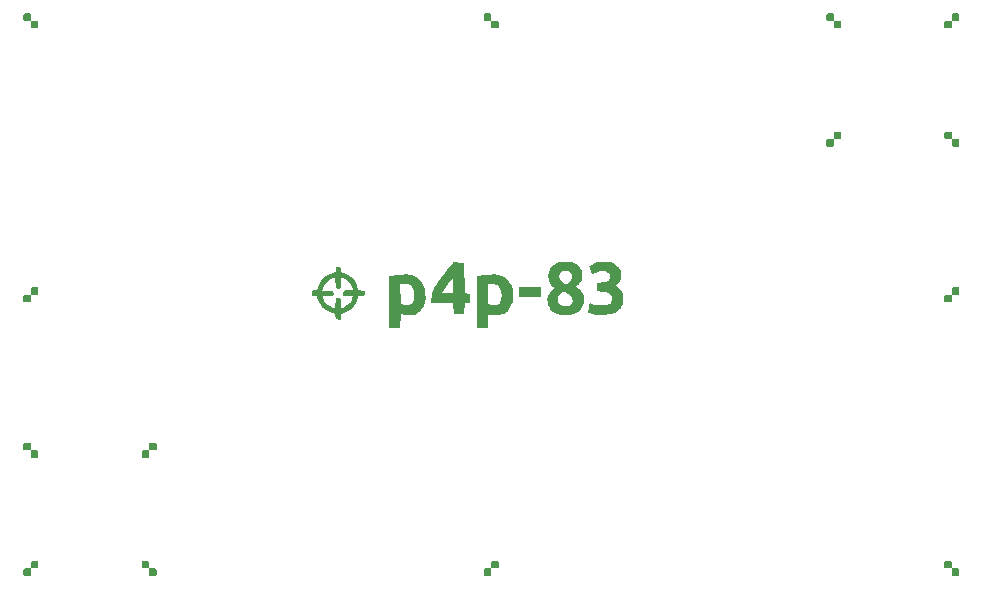
<source format=gbr>
G04*
G04 #@! TF.GenerationSoftware,Altium Limited,Altium Designer,24.9.1 (31)*
G04*
G04 Layer_Color=8388736*
%FSLAX25Y25*%
%MOIN*%
G70*
G04*
G04 #@! TF.SameCoordinates,A25FCC72-9D46-4550-BA20-9C7FB643A395*
G04*
G04*
G04 #@! TF.FilePolarity,Negative*
G04*
G01*
G75*
G36*
X324283Y199924D02*
X324424Y199783D01*
X324500Y199600D01*
Y199500D01*
Y198000D01*
Y197900D01*
X324424Y197717D01*
X324283Y197576D01*
X324099Y197500D01*
X322000D01*
Y199500D01*
Y199600D01*
X322076Y199783D01*
X322217Y199924D01*
X322401Y200000D01*
X324099D01*
X324283Y199924D01*
D02*
G37*
G36*
X14783Y199924D02*
X14924Y199783D01*
X15000Y199600D01*
Y199500D01*
Y197500D01*
X17099D01*
X17283Y197424D01*
X17424Y197283D01*
X17500Y197099D01*
Y197000D01*
Y195500D01*
Y195401D01*
X17424Y195217D01*
X17283Y195076D01*
X17099Y195000D01*
X15401D01*
X15217Y195076D01*
X15076Y195217D01*
X15000Y195401D01*
Y195500D01*
Y197500D01*
X12900D01*
X12717Y197576D01*
X12576Y197717D01*
X12500Y197901D01*
Y198000D01*
Y199500D01*
Y199600D01*
X12576Y199783D01*
X12717Y199924D01*
X12900Y200000D01*
X14599D01*
X14783Y199924D01*
D02*
G37*
G36*
X322000Y195500D02*
Y195401D01*
X321924Y195217D01*
X321783Y195076D01*
X321600Y195000D01*
X319901D01*
X319717Y195076D01*
X319576Y195217D01*
X319500Y195401D01*
Y195500D01*
Y197000D01*
Y197099D01*
X319576Y197283D01*
X319717Y197424D01*
X319901Y197500D01*
X322000D01*
Y195500D01*
D02*
G37*
G36*
X282413Y199924D02*
X282554Y199783D01*
X282630Y199600D01*
Y199500D01*
Y197500D01*
X284729D01*
X284913Y197424D01*
X285054Y197283D01*
X285130Y197099D01*
Y197000D01*
Y195500D01*
Y195401D01*
X285054Y195217D01*
X284913Y195076D01*
X284729Y195000D01*
X283031D01*
X282847Y195076D01*
X282706Y195217D01*
X282630Y195401D01*
Y195500D01*
Y197500D01*
X280531D01*
X280347Y197576D01*
X280206Y197717D01*
X280130Y197900D01*
Y198000D01*
Y199500D01*
Y199600D01*
X280206Y199783D01*
X280347Y199924D01*
X280531Y200000D01*
X282229D01*
X282413Y199924D01*
D02*
G37*
G36*
X168283D02*
X168424Y199783D01*
X168500Y199600D01*
Y199500D01*
Y197500D01*
X170599D01*
X170783Y197424D01*
X170924Y197283D01*
X171000Y197099D01*
Y197000D01*
Y195500D01*
Y195401D01*
X170924Y195217D01*
X170783Y195076D01*
X170599Y195000D01*
X168901D01*
X168717Y195076D01*
X168576Y195217D01*
X168500Y195401D01*
Y195500D01*
Y197500D01*
X166401D01*
X166217Y197576D01*
X166076Y197717D01*
X166000Y197900D01*
Y198000D01*
Y199500D01*
Y199600D01*
X166076Y199783D01*
X166217Y199924D01*
X166401Y200000D01*
X168099D01*
X168283Y199924D01*
D02*
G37*
G36*
X284913Y160554D02*
X285054Y160413D01*
X285130Y160229D01*
Y160130D01*
Y158630D01*
Y158530D01*
X285054Y158347D01*
X284913Y158206D01*
X284729Y158130D01*
X282630D01*
Y160130D01*
Y160229D01*
X282706Y160413D01*
X282847Y160554D01*
X283031Y160630D01*
X284729D01*
X284913Y160554D01*
D02*
G37*
G36*
X321783D02*
X321924Y160413D01*
X322000Y160229D01*
Y160130D01*
Y158130D01*
X324099D01*
X324283Y158054D01*
X324424Y157913D01*
X324500Y157729D01*
Y157630D01*
Y156130D01*
Y156030D01*
X324424Y155847D01*
X324283Y155706D01*
X324099Y155630D01*
X322401D01*
X322217Y155706D01*
X322076Y155847D01*
X322000Y156030D01*
Y156130D01*
Y158130D01*
X319901D01*
X319717Y158206D01*
X319576Y158347D01*
X319500Y158530D01*
Y158630D01*
Y160130D01*
Y160229D01*
X319576Y160413D01*
X319717Y160554D01*
X319901Y160630D01*
X321600D01*
X321783Y160554D01*
D02*
G37*
G36*
X282630Y156130D02*
Y156030D01*
X282554Y155847D01*
X282413Y155706D01*
X282229Y155630D01*
X280531D01*
X280347Y155706D01*
X280206Y155847D01*
X280130Y156030D01*
Y156130D01*
Y157630D01*
Y157729D01*
X280206Y157913D01*
X280347Y158054D01*
X280531Y158130D01*
X282630D01*
Y156130D01*
D02*
G37*
G36*
X324283Y108674D02*
X324424Y108533D01*
X324500Y108350D01*
Y108250D01*
Y106750D01*
Y106650D01*
X324424Y106467D01*
X324283Y106326D01*
X324099Y106250D01*
X322000D01*
Y108250D01*
Y108350D01*
X322076Y108533D01*
X322217Y108674D01*
X322401Y108750D01*
X324099D01*
X324283Y108674D01*
D02*
G37*
G36*
X17283D02*
X17424Y108533D01*
X17500Y108350D01*
Y108250D01*
Y106750D01*
Y106650D01*
X17424Y106467D01*
X17283Y106326D01*
X17099Y106250D01*
X15000D01*
Y108250D01*
Y108350D01*
X15076Y108533D01*
X15217Y108674D01*
X15401Y108750D01*
X17099D01*
X17283Y108674D01*
D02*
G37*
G36*
X184984Y105474D02*
X184845Y105335D01*
X179573D01*
X177816Y105427D01*
X177769Y108711D01*
X184938Y108757D01*
X184984Y105474D01*
D02*
G37*
G36*
X322000Y104250D02*
Y104150D01*
X321924Y103967D01*
X321783Y103826D01*
X321600Y103750D01*
X319901D01*
X319717Y103826D01*
X319576Y103967D01*
X319500Y104150D01*
Y104250D01*
Y105750D01*
Y105850D01*
X319576Y106033D01*
X319717Y106174D01*
X319901Y106250D01*
X322000D01*
Y104250D01*
D02*
G37*
G36*
X15000D02*
Y104150D01*
X14924Y103967D01*
X14783Y103826D01*
X14599Y103750D01*
X12900D01*
X12717Y103826D01*
X12576Y103967D01*
X12500Y104150D01*
Y104250D01*
Y105750D01*
Y105850D01*
X12576Y106033D01*
X12717Y106174D01*
X12900Y106250D01*
X15000D01*
Y104250D01*
D02*
G37*
G36*
X208060Y117174D02*
X208338Y117081D01*
X208985Y116804D01*
X210188Y116156D01*
X210789Y115555D01*
X210881Y115370D01*
X211066Y115185D01*
X211621Y113983D01*
X211806Y112688D01*
X211668Y111624D01*
X211390Y110884D01*
X210928Y110144D01*
X210188Y109405D01*
X209864Y109266D01*
X209910Y109127D01*
X210743Y108665D01*
X211251Y108248D01*
X211621Y107878D01*
X211714Y107694D01*
X212084Y107139D01*
X212315Y106537D01*
X212408Y105982D01*
X212454Y104086D01*
X212361Y103809D01*
X212223Y103208D01*
X212130Y102838D01*
X211575Y101913D01*
X211344Y101589D01*
X211159Y101404D01*
X211066Y101219D01*
X210835Y100988D01*
X210650Y100895D01*
X210465Y100710D01*
X210280Y100618D01*
X208708Y99878D01*
X208107Y99739D01*
X207552Y99647D01*
X206257Y99554D01*
X205609Y99462D01*
X205563Y99323D01*
X203343Y99415D01*
X202881Y99600D01*
X202280Y99739D01*
X201910Y99832D01*
X201447Y100017D01*
X200707Y100294D01*
X200615Y100572D01*
X200892Y101681D01*
X201031Y102283D01*
X201124Y102745D01*
X201308Y103485D01*
X201910Y103254D01*
X202835Y102884D01*
X203297Y102791D01*
X203852Y102699D01*
X206488Y102653D01*
X206766Y102745D01*
X207644Y103069D01*
X207783Y103208D01*
X207968Y103300D01*
X208199Y103531D01*
X208292Y103716D01*
X208569Y104364D01*
X208662Y105381D01*
X208569Y105659D01*
X208107Y106491D01*
X207413Y106907D01*
X206766Y107092D01*
X206118Y107185D01*
X203575Y107324D01*
X203667Y110283D01*
X206164Y110376D01*
X206719Y110468D01*
X206858Y110607D01*
X207320Y110884D01*
X207737Y111301D01*
X207922Y111763D01*
X208014Y112410D01*
X207922Y113058D01*
X207505Y113567D01*
X206950Y113937D01*
X206581Y114029D01*
X205933Y114122D01*
X204546Y114029D01*
X204083Y113844D01*
X203482Y113613D01*
X203020Y113428D01*
X202326Y113012D01*
X202187Y113151D01*
X201262Y115093D01*
X200985Y115740D01*
X201216Y115972D01*
X203158Y116896D01*
X203806Y117081D01*
X204083Y117174D01*
X204176D01*
X205101Y117266D01*
X208060Y117174D01*
D02*
G37*
G36*
X159502Y116896D02*
X159595Y106722D01*
X161352Y106630D01*
X161398Y103716D01*
X161260Y103578D01*
X159548Y103531D01*
X159456Y99832D01*
X155895Y99785D01*
X155803Y103578D01*
X148449Y103624D01*
X148542Y106676D01*
X149004Y107416D01*
X149837Y108988D01*
X150299Y109728D01*
X150392Y109913D01*
X150762Y110468D01*
X150854Y110653D01*
X151317Y111301D01*
X151594Y111763D01*
X152935Y113567D01*
X153166Y113890D01*
X153583Y114399D01*
X153814Y114723D01*
X154091Y115000D01*
X154184Y115185D01*
X154554Y115555D01*
X154646Y115740D01*
X154878Y115972D01*
X154924Y116018D01*
X155479Y116573D01*
X155571Y116758D01*
X155803Y116989D01*
X159502Y116896D01*
D02*
G37*
G36*
X195389Y117174D02*
X196037Y116896D01*
X197054Y116341D01*
X197563Y115925D01*
X197840Y115648D01*
X197933Y115463D01*
X198118Y115278D01*
X198580Y114260D01*
X198857Y113151D01*
X198765Y111763D01*
X198580Y111301D01*
X198025Y110283D01*
X197840Y110098D01*
X197748Y109913D01*
X197239Y109405D01*
X197054Y109312D01*
X196869Y109127D01*
X196730Y109081D01*
X196776Y108942D01*
X196961Y108850D01*
X197146Y108665D01*
X197331Y108572D01*
X197609Y108295D01*
X197794Y108202D01*
X198210Y107786D01*
X198303Y107601D01*
X198487Y107416D01*
X198580Y107231D01*
X198765Y107046D01*
X199042Y106399D01*
X199227Y105751D01*
X199320Y105104D01*
X199227Y103439D01*
X199135Y103161D01*
X199042Y102791D01*
X198811Y102190D01*
X198349Y101450D01*
X197609Y100710D01*
X197424Y100618D01*
X197239Y100433D01*
X196037Y99878D01*
X195389Y99693D01*
X195019Y99600D01*
X194094Y99508D01*
X192984Y99415D01*
X192707Y99508D01*
X191319Y99600D01*
X191042Y99693D01*
X190533Y99832D01*
X189793Y100109D01*
X189007Y100618D01*
X188498Y101034D01*
X188036Y101497D01*
X187943Y101681D01*
X187574Y102329D01*
X187389Y102976D01*
X187204Y103716D01*
X187157Y104688D01*
X187250Y105427D01*
X187527Y106167D01*
X187943Y106954D01*
X188313Y107324D01*
X188360Y107462D01*
X188406Y107509D01*
X189192Y108295D01*
X189377Y108387D01*
X189608Y108618D01*
X189377Y108850D01*
X189192Y108942D01*
X188498Y109636D01*
X188406Y109821D01*
X188128Y110098D01*
X188036Y110283D01*
X187666Y111116D01*
X187481Y112410D01*
X187620Y113659D01*
X187897Y114399D01*
X188452Y115324D01*
X188961Y115833D01*
X189007Y115972D01*
X189192Y116064D01*
X189377Y116249D01*
X189562Y116341D01*
X189747Y116526D01*
X190949Y117081D01*
X191689Y117266D01*
X195389Y117174D01*
D02*
G37*
G36*
X170231Y112919D02*
X170971Y112827D01*
X171896Y112457D01*
X173284Y111717D01*
X173468Y111532D01*
X173653Y111439D01*
X174162Y110931D01*
X174208Y110884D01*
X174347Y110746D01*
X174440Y110561D01*
X174810Y110006D01*
X175272Y108988D01*
X175550Y108063D01*
X175642Y107416D01*
X175827Y105474D01*
X175734Y105196D01*
X175642Y104086D01*
X175550Y103809D01*
X175133Y102653D01*
X174347Y101312D01*
X173931Y100803D01*
X173746Y100618D01*
X173561Y100525D01*
X173376Y100340D01*
X173191Y100248D01*
X172544Y99878D01*
X172081Y99693D01*
X171434Y99508D01*
X170786Y99415D01*
X169491Y99323D01*
X169214Y99415D01*
X168751Y99508D01*
X168474Y99600D01*
X167410Y99924D01*
X167364Y95161D01*
X163618Y95207D01*
X163664Y112364D01*
X166208Y112873D01*
X167133Y112966D01*
X169954Y113012D01*
X170231Y112919D01*
D02*
G37*
G36*
X141096D02*
X141790Y112780D01*
X142160Y112688D01*
X143501Y112087D01*
X144380Y111486D01*
X144518Y111347D01*
X144703Y111254D01*
X144842Y111116D01*
X144935Y110931D01*
X145305Y110561D01*
Y110468D01*
X145351Y110422D01*
X145490Y110283D01*
X146137Y108896D01*
X146322Y108248D01*
X146415Y107878D01*
X146507Y106954D01*
X146600Y104919D01*
X146507Y104641D01*
X146415Y103901D01*
X146322Y103624D01*
X146091Y103023D01*
X145906Y102560D01*
X145120Y101219D01*
X144334Y100433D01*
X144149Y100340D01*
X143594Y99970D01*
X142669Y99600D01*
X142068Y99462D01*
X141050Y99369D01*
X140356Y99323D01*
X140079Y99415D01*
X139524Y99508D01*
X139061Y99693D01*
X138553Y99832D01*
X138229Y99970D01*
X138137Y95161D01*
X134483Y95207D01*
X134529Y112364D01*
X135593Y112595D01*
X136518Y112780D01*
X137073Y112873D01*
X137998Y112966D01*
X140819Y113012D01*
X141096Y112919D01*
D02*
G37*
G36*
X118158Y115509D02*
X118297Y115093D01*
X118343Y113752D01*
X119315Y113521D01*
X120054Y113243D01*
X120609Y112966D01*
X121349Y112503D01*
X121673Y112272D01*
X121858Y112087D01*
X122043Y111994D01*
X122459Y111578D01*
X122552Y111393D01*
X122922Y111023D01*
X123014Y110838D01*
X123384Y110283D01*
X123662Y109636D01*
X123847Y109173D01*
X124124Y108063D01*
X124170Y107647D01*
X126113Y107555D01*
X126251Y107416D01*
X126205Y105982D01*
X125558Y105797D01*
X124124Y105751D01*
X124032Y105011D01*
X123847Y104549D01*
X123569Y103901D01*
X123523Y103763D01*
X123477Y103716D01*
X123384Y103531D01*
X122783Y102653D01*
X122644Y102514D01*
X122552Y102329D01*
X121765Y101543D01*
X121581Y101450D01*
X121303Y101173D01*
X121118Y101080D01*
X120563Y100710D01*
X119916Y100433D01*
X119453Y100248D01*
X118343Y99970D01*
X118251Y98121D01*
X118158Y97936D01*
X116679Y98028D01*
X116540Y98167D01*
X116493Y99970D01*
X116123Y100063D01*
X115430Y100202D01*
X114690Y100479D01*
X114227Y100664D01*
X113303Y101219D01*
X113164Y101358D01*
X112979Y101450D01*
X112701Y101728D01*
X112516Y101820D01*
X112100Y102236D01*
X112008Y102421D01*
X111638Y102791D01*
X111545Y102976D01*
X111083Y103716D01*
X110805Y104364D01*
X110528Y105289D01*
X110389Y105797D01*
X108817Y105890D01*
X108585Y106029D01*
X108678Y107509D01*
X109187Y107647D01*
X110435Y107694D01*
X110574Y108480D01*
X110667Y108850D01*
X110944Y109590D01*
X111638Y110838D01*
X111823Y111023D01*
X111915Y111208D01*
X113071Y112364D01*
X113256Y112457D01*
X113904Y112919D01*
X114736Y113289D01*
X115661Y113567D01*
X116031Y113659D01*
X116540Y113798D01*
X116632Y115463D01*
X116771Y115602D01*
X118158Y115509D01*
D02*
G37*
G36*
X56653Y56794D02*
X56794Y56653D01*
X56870Y56470D01*
Y56370D01*
Y54870D01*
Y54771D01*
X56794Y54587D01*
X56653Y54446D01*
X56470Y54370D01*
X54370D01*
Y56370D01*
Y56470D01*
X54446Y56653D01*
X54587Y56794D01*
X54771Y56870D01*
X56470D01*
X56653Y56794D01*
D02*
G37*
G36*
X54370Y52370D02*
Y52271D01*
X54294Y52087D01*
X54153Y51946D01*
X53970Y51870D01*
X52271D01*
X52087Y51946D01*
X51946Y52087D01*
X51870Y52271D01*
Y52370D01*
Y53870D01*
Y53970D01*
X51946Y54153D01*
X52087Y54294D01*
X52271Y54370D01*
X54370D01*
Y52370D01*
D02*
G37*
G36*
X14783Y56794D02*
X14924Y56653D01*
X15000Y56470D01*
Y56370D01*
Y54370D01*
X17099D01*
X17283Y54294D01*
X17424Y54153D01*
X17500Y53970D01*
Y53870D01*
Y52370D01*
Y52271D01*
X17424Y52087D01*
X17283Y51946D01*
X17099Y51870D01*
X15401D01*
X15217Y51946D01*
X15076Y52087D01*
X15000Y52271D01*
Y52370D01*
Y54370D01*
X12900D01*
X12717Y54446D01*
X12576Y54587D01*
X12500Y54771D01*
Y54870D01*
Y56370D01*
Y56470D01*
X12576Y56653D01*
X12717Y56794D01*
X12900Y56870D01*
X14599D01*
X14783Y56794D01*
D02*
G37*
G36*
X170783Y17424D02*
X170924Y17283D01*
X171000Y17099D01*
Y17000D01*
Y15500D01*
Y15401D01*
X170924Y15217D01*
X170783Y15076D01*
X170599Y15000D01*
X168500D01*
Y17000D01*
Y17099D01*
X168576Y17283D01*
X168717Y17424D01*
X168901Y17500D01*
X170599D01*
X170783Y17424D01*
D02*
G37*
G36*
X17283D02*
X17424Y17283D01*
X17500Y17099D01*
Y17000D01*
Y15500D01*
Y15401D01*
X17424Y15217D01*
X17283Y15076D01*
X17099Y15000D01*
X15000D01*
Y17000D01*
Y17099D01*
X15076Y17283D01*
X15217Y17424D01*
X15401Y17500D01*
X17099D01*
X17283Y17424D01*
D02*
G37*
G36*
X168500Y13000D02*
Y12900D01*
X168424Y12717D01*
X168283Y12576D01*
X168099Y12500D01*
X166401D01*
X166217Y12576D01*
X166076Y12717D01*
X166000Y12900D01*
Y13000D01*
Y14500D01*
Y14599D01*
X166076Y14783D01*
X166217Y14924D01*
X166401Y15000D01*
X168500D01*
Y13000D01*
D02*
G37*
G36*
X54153Y17424D02*
X54294Y17283D01*
X54370Y17099D01*
Y17000D01*
Y15000D01*
X56470D01*
X56653Y14924D01*
X56794Y14783D01*
X56870Y14599D01*
Y14500D01*
Y13000D01*
Y12900D01*
X56794Y12717D01*
X56653Y12576D01*
X56470Y12500D01*
X54771D01*
X54587Y12576D01*
X54446Y12717D01*
X54370Y12900D01*
Y13000D01*
Y15000D01*
X52271D01*
X52087Y15076D01*
X51946Y15217D01*
X51870Y15401D01*
Y15500D01*
Y17000D01*
Y17099D01*
X51946Y17283D01*
X52087Y17424D01*
X52271Y17500D01*
X53970D01*
X54153Y17424D01*
D02*
G37*
G36*
X15000Y13000D02*
Y12900D01*
X14924Y12717D01*
X14783Y12576D01*
X14599Y12500D01*
X12900D01*
X12717Y12576D01*
X12576Y12717D01*
X12500Y12900D01*
Y13000D01*
Y14500D01*
Y14599D01*
X12576Y14783D01*
X12717Y14924D01*
X12900Y15000D01*
X15000D01*
Y13000D01*
D02*
G37*
G36*
X321783Y17424D02*
X321924Y17283D01*
X322000Y17099D01*
Y17000D01*
Y15000D01*
X324099D01*
X324283Y14924D01*
X324424Y14783D01*
X324500Y14599D01*
Y14500D01*
Y13000D01*
Y12900D01*
X324424Y12717D01*
X324283Y12576D01*
X324099Y12500D01*
X322400D01*
X322217Y12576D01*
X322076Y12717D01*
X322000Y12900D01*
Y13000D01*
Y15000D01*
X319900D01*
X319717Y15076D01*
X319576Y15217D01*
X319500Y15401D01*
Y15500D01*
Y17000D01*
Y17099D01*
X319576Y17283D01*
X319717Y17424D01*
X319900Y17500D01*
X321599D01*
X321783Y17424D01*
D02*
G37*
%LPC*%
G36*
X155803Y112272D02*
X155571Y111948D01*
X154693Y110792D01*
X153536Y109173D01*
X153444Y108988D01*
X153351Y108896D01*
Y108803D01*
X153166Y108618D01*
X153074Y108433D01*
X152704Y107878D01*
X152149Y106861D01*
X152057Y106769D01*
X155803Y106722D01*
X155849Y112226D01*
X155803Y112272D01*
D02*
G37*
G36*
X193354Y114214D02*
X192429Y114122D01*
X191782Y113752D01*
X191366Y113336D01*
X191181Y112226D01*
X191319Y111624D01*
X191412Y111347D01*
X191458Y111301D01*
X191551Y111116D01*
X191967Y110607D01*
X192152Y110514D01*
X192337Y110329D01*
X193169Y109959D01*
X193724Y109774D01*
X194557Y110422D01*
X194788Y110653D01*
X194880Y110838D01*
X195250Y111671D01*
X195343Y112041D01*
X195204Y113012D01*
X195065Y113336D01*
X194649Y113844D01*
X194002Y114122D01*
X193354Y114214D01*
D02*
G37*
G36*
X192337Y107185D02*
X192152Y107092D01*
X191967Y106907D01*
X191782Y106815D01*
X191551Y106584D01*
X191458Y106399D01*
X191273Y106214D01*
X191181Y106029D01*
X190811Y105196D01*
X190718Y104271D01*
X190857Y103578D01*
X190996Y103346D01*
X191042Y103300D01*
X191597Y102745D01*
X192244Y102468D01*
X192892Y102375D01*
X194372Y102468D01*
X195019Y102930D01*
X195158Y103069D01*
X195250Y103254D01*
X195620Y104086D01*
X195528Y105104D01*
X194880Y105936D01*
X194742Y106075D01*
X194557Y106167D01*
X194372Y106352D01*
X194187Y106445D01*
X192984Y107000D01*
X192337Y107185D01*
D02*
G37*
G36*
X169399Y109867D02*
X167318Y109821D01*
X167410Y103254D01*
X167919Y103023D01*
X168520Y102884D01*
X169260Y102791D01*
X169399Y102745D01*
X169676Y102838D01*
X170324Y102930D01*
X170971Y103300D01*
X171295Y103624D01*
X171387Y103809D01*
X171757Y104641D01*
X171850Y105289D01*
X171942Y105659D01*
X171850Y107324D01*
X171757Y107601D01*
X171526Y108202D01*
X171064Y108942D01*
X170601Y109405D01*
X170231Y109590D01*
X170185Y109636D01*
X169399Y109867D01*
D02*
G37*
G36*
X140356D02*
X138183Y109821D01*
X138275Y103254D01*
X138876Y103023D01*
X139246Y102930D01*
X139385Y102884D01*
X139432Y102838D01*
X140310Y102791D01*
X141050Y102884D01*
X141513Y103069D01*
X141836Y103300D01*
X142253Y103716D01*
X142345Y103901D01*
X142622Y104549D01*
X142715Y104919D01*
X142807Y105566D01*
X142715Y107601D01*
X142068Y108803D01*
X141651Y109312D01*
X141466Y109405D01*
X141004Y109682D01*
X140356Y109867D01*
D02*
G37*
G36*
X118343Y111902D02*
X118251Y108665D01*
X118020Y108341D01*
X117881Y108202D01*
X117280Y108156D01*
X116817Y108341D01*
X116632Y108526D01*
X116540Y108896D01*
X116493Y111902D01*
X115522Y111671D01*
X115014Y111439D01*
X114829Y111347D01*
X113950Y110746D01*
X113118Y109913D01*
X113025Y109728D01*
X112563Y108988D01*
X112470Y108618D01*
X112285Y108156D01*
X112193Y107601D01*
X115337Y107509D01*
X115707Y107324D01*
X115800Y107139D01*
X115892Y106861D01*
X115939Y106630D01*
X115846Y106260D01*
X115615Y105936D01*
X115014Y105705D01*
X112285Y105659D01*
X112378Y105289D01*
X112748Y104456D01*
X112840Y104271D01*
X113488Y103439D01*
X114181Y102745D01*
X114366Y102653D01*
X114551Y102468D01*
X115754Y101913D01*
X116355Y101774D01*
X116493Y101728D01*
X116586Y104688D01*
X116817Y105011D01*
X116956Y105150D01*
X117326Y105242D01*
X117881Y105150D01*
X118112Y105011D01*
X118205Y104826D01*
X118297Y104549D01*
X118343Y101728D01*
X118991Y101913D01*
X120378Y102653D01*
X120656Y102930D01*
X120841Y103023D01*
X121257Y103439D01*
X121349Y103624D01*
X121534Y103809D01*
X121627Y103994D01*
X121997Y104549D01*
X122182Y105011D01*
X122367Y105659D01*
X122320Y105797D01*
X119453Y105890D01*
X119037Y106214D01*
X118945Y106584D01*
X119037Y107231D01*
X119361Y107555D01*
X120008Y107647D01*
X121673D01*
X122459Y107694D01*
X122367Y107971D01*
X122274Y108341D01*
X122089Y108803D01*
X121534Y109821D01*
X121349Y110006D01*
X121257Y110191D01*
X120563Y110884D01*
X120378Y110977D01*
X119731Y111439D01*
X119130Y111671D01*
X118343Y111902D01*
D02*
G37*
%LPD*%
M02*

</source>
